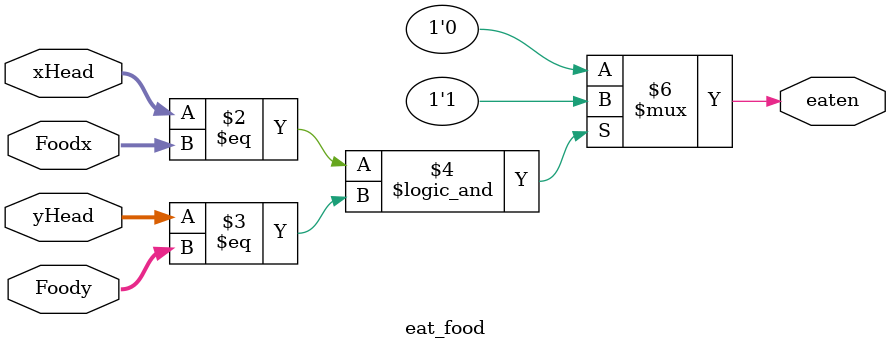
<source format=sv>
module eat_food(input integer xHead, yHead,Foodx,Foody,
output logic eaten 
 );
always_comb begin
if(xHead==Foodx && yHead== Foody)begin eaten<=1'b1;  end   
else begin eaten<= 1'b0; end
end
endmodule

</source>
